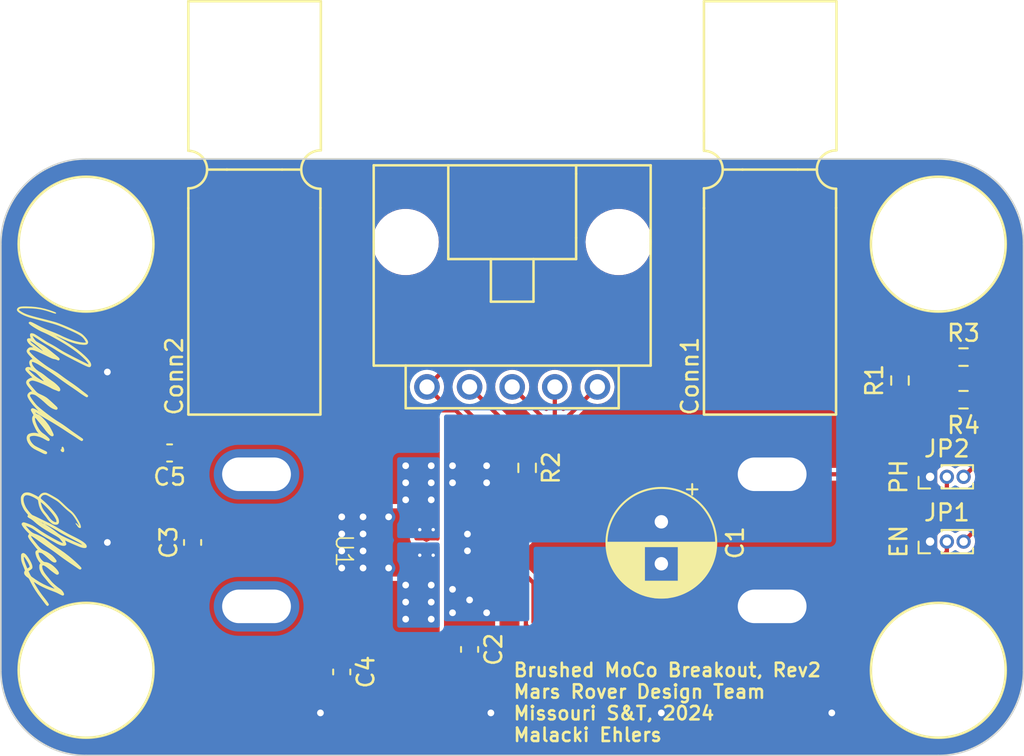
<source format=kicad_pcb>
(kicad_pcb (version 20221018) (generator pcbnew)
  (layers (0 "F.Cu" signal) (31 "B.Cu" signal) (34 "B.Paste" user) (35 "F.Paste" user) (36 "B.SilkS" user "B.Silkscreen") (37 "F.SilkS" user "F.Silkscreen") (38 "B.Mask" user) (39 "F.Mask" user) (44 "Edge.Cuts" user))
  (net 0 "")
  (net 1 "+12V")
  (net 2 "GND")
  (net 3 "M+")
  (net 4 "M-")
  (net 5 "SCLK")
  (net 6 "CS")
  (net 7 "SDI")
  (net 8 "I_SENSE")
  (net 9 "EN{slash}IN1")
  (net 10 "PH{slash}IN2")
  (net 11 "SDO")
  (net 12 "+5V")
  (net 14 "Net-(Conn3-Pad2)")
  (footprint "Capacitor_THT:CP_Radial_D6.3mm_P2.50mm" (layer "F.Cu") (at 91.44 49.57 -90)
    (fp_text reference "C1" (at 1.25 -4.4 90) (layer "F.SilkS"))
    (fp_text value "220uF")
    (pad "1" thru_hole rect (at 0 0 270) (size 1.6 1.6) (drill 0.8) (layers "*.Cu" "*.Mask") (net 1 "+12V"))
    (pad "2" thru_hole circle (at 2.5 0 270) (size 1.6 1.6) (drill 0.8) (layers "*.Cu" "*.Mask") (net 2 "GND"))
  )
  (footprint "Connector_PinHeader_1.00mm:PinHeader_1x03_P1.00mm_Vertical" (layer "F.Cu") (at 107.458 46.8884 90)
    (fp_text reference "JP2" (at 1.6764 1 180) (layer "F.SilkS"))
    (fp_text value "Jumper_3_Open")
    (pad "1" thru_hole rect (at 0 0 90) (size 0.85 0.85) (drill 0.5) (layers "*.Cu" "*.Mask") (net 2 "GND"))
    (pad "2" thru_hole oval (at 0 1 90) (size 0.85 0.85) (drill 0.5) (layers "*.Cu" "*.Mask") (net 10 "PH{slash}IN2"))
    (pad "3" thru_hole oval (at 0 2 90) (size 0.85 0.85) (drill 0.5) (layers "*.Cu" "*.Mask") (net 12 "+5V"))
  )
  (footprint "Connector_PinHeader_1.00mm:PinHeader_1x03_P1.00mm_Vertical" (layer "F.Cu") (at 107.458 50.7492 90)
    (fp_text reference "JP1" (at 1.7272 1 180) (layer "F.SilkS"))
    (fp_text value "Jumper_3_Open")
    (pad "1" thru_hole rect (at 0 0 90) (size 0.85 0.85) (drill 0.5) (layers "*.Cu" "*.Mask") (net 2 "GND"))
    (pad "2" thru_hole oval (at 0 1 90) (size 0.85 0.85) (drill 0.5) (layers "*.Cu" "*.Mask") (net 9 "EN{slash}IN1"))
    (pad "3" thru_hole oval (at 0 2 90) (size 0.85 0.85) (drill 0.5) (layers "*.Cu" "*.Mask") (net 12 "+5V"))
  )
  (footprint "MRDT_Connectors:Square_Anderson_2_H_Stacked_PV" (layer "F.Cu") (at 98.394 47.186 -90)
    (fp_text reference "Conn1" (at -6.3 5.25 -90) (layer "F.SilkS"))
    (fp_text value "AndersonPP")
    (pad "1" thru_hole oval (at 7.424 0.35 270) (size 3 5.1) (drill oval 2 4.1) (layers "*.Cu" "*.Mask" "F.Paste") (net 2 "GND"))
    (pad "2" thru_hole oval (at -0.45 0.35 270) (size 3 5.1) (drill oval 2 4.1) (layers "*.Cu" "*.Mask" "F.Paste") (net 1 "+12V"))
  )
  (footprint "MRDT_Drill_Holes:4_40_Hole" (layer "F.Cu") (at 57.15 33.02)
    (fp_text reference "V1" hide)
    (fp_text value "Via" hide)
    (pad "" np_thru_hole circle (at 0 0) (size 2.9464 2.9464) (drill 2.9464) (layers "*.Cu" "*.Mask") (clearance 2.5))
  )
  (footprint "Capacitor_SMD:C_0603_1608Metric_Pad1.08x0.95mm_HandSolder" (layer "F.Cu") (at 80.01 57.1765 -90)
    (fp_text reference "C2" (at 0 -1.43 90) (layer "F.SilkS"))
    (fp_text value "0.1uF")
    (pad "1" smd roundrect (at -0.8625 0 270) (size 1.075 0.95) (layers "F.Cu" "F.Paste" "F.Mask") (net 1 "+12V"))
    (pad "2" smd roundrect (at 0.8625 0 270) (size 1.075 0.95) (layers "F.Cu" "F.Paste" "F.Mask") (net 2 "GND"))
  )
  (footprint "Resistor_SMD:R_0603_1608Metric_Pad0.98x0.95mm_HandSolder" (layer "F.Cu") (at 109.4505 39.751)
    (fp_text reference "R3" (at 0 -1.43) (layer "F.SilkS"))
    (fp_text value "47k")
    (pad "1" smd roundrect (at -0.9125 0) (size 0.975 0.95) (layers "F.Cu" "F.Paste" "F.Mask") (net 1 "+12V"))
    (pad "2" smd roundrect (at 0.9125 0) (size 0.975 0.95) (layers "F.Cu" "F.Paste" "F.Mask") (net 12 "+5V"))
  )
  (footprint "MRDT_Connectors:Square_Anderson_2_H_Stacked_PV" (layer "F.Cu") (at 67.66 47.186 -90)
    (fp_text reference "Conn2" (at -6.3 5.25 -90) (layer "F.SilkS"))
    (fp_text value "AndersonPP")
    (pad "1" thru_hole oval (at 7.424 0.35 270) (size 3 5.1) (drill oval 2 4.1) (layers "*.Cu" "*.Mask" "F.Paste") (net 3 "M+"))
    (pad "2" thru_hole oval (at -0.45 0.35 270) (size 3 5.1) (drill oval 2 4.1) (layers "*.Cu" "*.Mask" "F.Paste") (net 4 "M-"))
  )
  (footprint "Resistor_SMD:R_0603_1608Metric_Pad0.98x0.95mm_HandSolder" (layer "F.Cu") (at 109.4505 42.291)
    (fp_text reference "R4" (at 0 1.524) (layer "F.SilkS"))
    (fp_text value "33k")
    (pad "1" smd roundrect (at -0.9125 0) (size 0.975 0.95) (layers "F.Cu" "F.Paste" "F.Mask") (net 2 "GND"))
    (pad "2" smd roundrect (at 0.9125 0) (size 0.975 0.95) (layers "F.Cu" "F.Paste" "F.Mask") (net 12 "+5V"))
  )
  (footprint "Capacitor_SMD:C_0603_1608Metric_Pad1.08x0.95mm_HandSolder" (layer "F.Cu") (at 62.1295 45.466 180)
    (fp_text reference "C5" (at 0 -1.43) (layer "F.SilkS"))
    (fp_text value "10uF")
    (pad "1" smd roundrect (at -0.8625 0 180) (size 1.075 0.95) (layers "F.Cu" "F.Paste" "F.Mask") (net 4 "M-"))
    (pad "2" smd roundrect (at 0.8625 0 180) (size 1.075 0.95) (layers "F.Cu" "F.Paste" "F.Mask") (net 2 "GND"))
  )
  (footprint "MRDT_Connectors:MOLEX_SL_05_Horizontal" (layer "F.Cu") (at 77.47 41.529)
    (fp_text reference "Conn3" hide)
    (fp_text value "Molex_SL_05")
    (pad "" np_thru_hole circle (at -1.27 -8.636) (size 3.45 3.45) (drill 3.45) (layers "*.Cu" "*.Mask"))
    (pad "" np_thru_hole circle (at 11.43 -8.636) (size 3.45 3.45) (drill 3.45) (layers "*.Cu" "*.Mask"))
    (pad "1" thru_hole circle (at 0 0) (size 1.524 1.524) (drill 0.9) (layers "*.Cu" "*.Mask") (net 8 "I_SENSE"))
    (pad "2" thru_hole circle (at 2.54 0) (size 1.524 1.524) (drill 0.9) (layers "*.Cu" "*.Mask") (net 14 "Net-(Conn3-Pad2)"))
    (pad "3" thru_hole circle (at 5.08 0) (size 1.524 1.524) (drill 0.9) (layers "*.Cu" "*.Mask") (net 7 "SDI"))
    (pad "4" thru_hole circle (at 7.62 0) (size 1.524 1.524) (drill 0.9) (layers "*.Cu" "*.Mask") (net 5 "SCLK"))
    (pad "5" thru_hole circle (at 10.16 0) (size 1.524 1.524) (drill 0.9) (layers "*.Cu" "*.Mask") (net 6 "CS"))
  )
  (footprint "MRDT_Drill_Holes:4_40_Hole" (layer "F.Cu") (at 107.95 33.02)
    (fp_text reference "V2" hide)
    (fp_text value "Via" hide)
    (pad "" np_thru_hole circle (at 0 0) (size 2.9464 2.9464) (drill 2.9464) (layers "*.Cu" "*.Mask") (clearance 2.5))
  )
  (footprint "BrushedMoCoLibrary:VQFN-HR-16_4.0mmx7.0mm_ThermalVias" (layer "F.Cu") (at 78.04 50.8 -90)
    (fp_text reference "U1" (at 0.5 5.5 -90 unlocked) (layer "F.SilkS") (effects (font (thickness 0.1))))
    (fp_text value "DRV8244S")
    (pad "1" smd roundrect (at -1.4 -2.375 270) (size 0.6 0.25) (layers "F.Cu" "F.Paste" "F.Mask"))
    (pad "2" smd roundrect (at -1.4 -1.875 270) (size 0.6 0.25) (layers "F.Cu" "F.Paste" "F.Mask") (net 8 "I_SENSE"))
    (pad "3" smd roundrect (at -1.4 -1.375 270) (size 0.6 0.25) (layers "F.Cu" "F.Paste" "F.Mask") (net 12 "+5V"))
    (pad "4" smd roundrect (at 0 -0.7 270) (size 3.4 0.4) (layers "F.Cu" "F.Paste" "F.Mask") (net 1 "+12V"))
    (pad "5" smd roundrect (at -0.913 0.2 270) (size 1.575 0.4) (layers "F.Cu" "F.Paste" "F.Mask") (net 4 "M-"))
    (pad "6" smd roundrect (at -0.913 1 270) (size 1.575 0.4) (layers "F.Cu" "F.Paste" "F.Mask") (net 4 "M-"))
    (pad "7" smd roundrect (at -0.75 2.45 270) (size 0.25 1.5) (layers "F.Cu" "F.Paste" "F.Mask") (net 2 "GND"))
    (pad "7" smd roundrect (at -0.25 2.45 270) (size 0.25 1.5) (layers "F.Cu" "F.Paste" "F.Mask") (net 2 "GND"))
    (pad "7" smd roundrect (at 0 1.9 270) (size 3.4 0.4) (layers "F.Cu" "F.Paste" "F.Mask") (net 2 "GND"))
    (pad "7" smd roundrect (at 0.25 2.45 270) (size 0.25 1.5) (layers "F.Cu" "F.Paste" "F.Mask") (net 2 "GND"))
    (pad "7" smd roundrect (at 0.75 2.45 270) (size 0.25 1.5) (layers "F.Cu" "F.Paste" "F.Mask") (net 2 "GND"))
    (pad "8" smd roundrect (at 0.913 1 270) (size 1.575 0.4) (layers "F.Cu" "F.Paste" "F.Mask") (net 3 "M+"))
    (pad "9" smd roundrect (at 0.913 0.2 270) (size 1.575 0.4) (layers "F.Cu" "F.Paste" "F.Mask") (net 3 "M+"))
    (pad "10" smd roundrect (at 1.4 -1.375 270) (size 0.6 0.25) (layers "F.Cu" "F.Paste" "F.Mask") (net 2 "GND"))
    (pad "11" smd roundrect (at 1.4 -1.875 270) (size 0.6 0.25) (layers "F.Cu" "F.Paste" "F.Mask") (net 9 "EN{slash}IN1"))
    (pad "12" smd roundrect (at 1.4 -2.375 270) (size 0.6 0.25) (layers "F.Cu" "F.Paste" "F.Mask") (net 10 "PH{slash}IN2"))
    (pad "13" smd roundrect (at 0.75 -2.9 270) (size 0.25 0.6) (layers "F.Cu" "F.Paste" "F.Mask") (net 6 "CS"))
    (pad "14" smd roundrect (at 0.25 -2.9 270) (size 0.25 0.6) (layers "F.Cu" "F.Paste" "F.Mask") (net 5 "SCLK"))
    (pad "15" smd roundrect (at -0.25 -2.9 270) (size 0.25 0.6) (layers "F.Cu" "F.Paste" "F.Mask") (net 7 "SDI"))
    (pad "16" smd roundrect (at -0.75 -2.9 270) (size 0.25 0.6) (layers "F.Cu" "F.Paste" "F.Mask") (net 11 "SDO"))
  )
  (footprint "Resistor_SMD:R_0603_1608Metric_Pad0.98x0.95mm_HandSolder" (layer "F.Cu") (at 105.664 41.148 -90)
    (fp_text reference "R1" (at 0 1.524 90) (layer "F.SilkS"))
    (fp_text value "1k")
    (pad "1" smd roundrect (at -0.9125 0 270) (size 0.975 0.95) (layers "F.Cu" "F.Paste" "F.Mask") (net 8 "I_SENSE"))
    (pad "2" smd roundrect (at 0.9125 0 270) (size 0.975 0.95) (layers "F.Cu" "F.Paste" "F.Mask") (net 2 "GND"))
  )
  (footprint "Resistor_SMD:R_0603_1608Metric_Pad0.98x0.95mm_HandSolder" (layer "F.Cu") (at 83.439 46.355 -90)
    (fp_text reference "R2" (at 0 -1.43 90) (layer "F.SilkS"))
    (fp_text value "10k")
    (pad "1" smd roundrect (at -0.9125 0 270) (size 0.975 0.95) (layers "F.Cu" "F.Paste" "F.Mask") (net 14 "Net-(Conn3-Pad2)"))
    (pad "2" smd roundrect (at 0.9125 0 270) (size 0.975 0.95) (layers "F.Cu" "F.Paste" "F.Mask") (net 11 "SDO"))
  )
  (footprint "Capacitor_SMD:C_0603_1608Metric_Pad1.08x0.95mm_HandSolder" (layer "F.Cu") (at 63.5 50.8 90)
    (fp_text reference "C3" (at 0 -1.43 90) (layer "F.SilkS"))
    (fp_text value "10uF")
    (pad "1" smd roundrect (at -0.8625 0 90) (size 1.075 0.95) (layers "F.Cu" "F.Paste" "F.Mask") (net 3 "M+"))
    (pad "2" smd roundrect (at 0.8625 0 90) (size 1.075 0.95) (layers "F.Cu" "F.Paste" "F.Mask") (net 4 "M-"))
  )
  (footprint "MRDT_Drill_Holes:4_40_Hole" (layer "F.Cu") (at 57.15 58.42)
    (fp_text reference "V3" hide)
    (fp_text value "Via" hide)
    (pad "" np_thru_hole circle (at 0 0) (size 2.9464 2.9464) (drill 2.9464) (layers "*.Cu" "*.Mask") (clearance 2.5))
  )
  (footprint "MRDT_Drill_Holes:4_40_Hole" (layer "F.Cu") (at 107.95 58.42)
    (fp_text reference "V4" hide)
    (fp_text value "Via" hide)
    (pad "" np_thru_hole circle (at 0 0) (size 2.9464 2.9464) (drill 2.9464) (layers "*.Cu" "*.Mask") (clearance 2.5))
  )
  (footprint "Signatures:Malacki_Ehlers_Signature" (layer "F.Cu") (at 55.118 45.72 -90)
    (fp_text reference "G***" hide)
    (fp_text value "LOGO" hide)
  )
  (footprint "Capacitor_SMD:C_0603_1608Metric_Pad1.08x0.95mm_HandSolder" (layer "F.Cu") (at 72.39 58.5205 -90)
    (fp_text reference "C4" (at 0 -1.43 90) (layer "F.SilkS"))
    (fp_text value "10uF")
    (pad "1" smd roundrect (at -0.8625 0 270) (size 1.075 0.95) (layers "F.Cu" "F.Paste" "F.Mask") (net 3 "M+"))
    (pad "2" smd roundrect (at 0.8625 0 270) (size 1.075 0.95) (layers "F.Cu" "F.Paste" "F.Mask") (net 2 "GND"))
  )
  (gr_arc (start 107.95 27.94) (mid 111.542102 29.427898) (end 113.03 33.02) (stroke (width 0.1)) (layer "Edge.Cuts"))
  (gr_line (start 52.07 58.42) (end 52.07 33.02) (stroke (width 0.1)) (layer "Edge.Cuts"))
  (gr_arc (start 57.15 63.5) (mid 53.557898 62.012102) (end 52.07 58.42) (stroke (width 0.1)) (layer "Edge.Cuts"))
  (gr_line (start 107.95 63.5) (end 57.15 63.5) (stroke (width 0.1)) (layer "Edge.Cuts"))
  (gr_arc (start 52.07 33.02) (mid 53.557898 29.427898) (end 57.15 27.94) (stroke (width 0.1)) (layer "Edge.Cuts"))
  (gr_line (start 57.15 27.94) (end 107.95 27.94) (stroke (width 0.1)) (layer "Edge.Cuts"))
  (gr_arc (start 113.03 58.42) (mid 111.542102 62.012102) (end 107.95 63.5) (stroke (width 0.1)) (layer "Edge.Cuts"))
  (gr_line (start 113.03 33.02) (end 113.03 58.42) (stroke (width 0.1)) (layer "Edge.Cuts"))
  (gr_text "Brushed MoCo Breakout, Rev2\nMars Rover Design Team\nMissouri S&T, 2024\nMalacki Ehlers" (at 82.55 62.738) (layer "F.SilkS") (effects (font (size 0.8001 0.8001) (thickness 0.1524) bold) (justify left bottom)))
  (gr_text "EN" (at 106.172 51.816 90) (layer "F.SilkS") (effects (font (size 1 1)) (justify left bottom)))
  (gr_text "PH" (at 106.172 48.006 90) (layer "F.SilkS") (effects (font (size 1 1)) (justify left bottom)))
  (segment (start 98.044 46.736) (end 103.124 46.736) (width 0.254) (layer "F.Cu") (net 1))
  (segment (start 107.188 42.672) (end 107.188 41.101) (width 0.254) (layer "F.Cu") (net 1))
  (segment (start 103.124 46.736) (end 107.188 42.672) (width 0.254) (layer "F.Cu") (net 1))
  (segment (start 107.188 41.101) (end 108.538 39.751) (width 0.254) (layer "F.Cu") (net 1))
  (via (at 79.88348 51.300001) (size 0.8) (drill 0.4) (layers "F.Cu" "B.Cu") (net 1))
  (via (at 81.026 54.991) (size 0.8) (drill 0.4) (layers "F.Cu" "B.Cu") (net 1))
  (via (at 78.994 47.244) (size 0.8) (drill 0.4) (layers "F.Cu" "B.Cu") (net 1))
  (via (at 78.994 46.228) (size 0.8) (drill 0.4) (layers "F.Cu" "B.Cu") (net 1))
  (via (at 81.026 46.228) (size 0.8) (drill 0.4) (layers "F.Cu" "B.Cu") (net 1))
  (via (at 80.01 54.229) (size 0.8) (drill 0.4) (layers "F.Cu" "B.Cu") (net 1))
  (via (at 81.026 47.244) (size 0.8) (drill 0.4) (layers "F.Cu" "B.Cu") (net 1))
  (via (at 79.883 50.3) (size 0.8) (drill 0.4) (layers "F.Cu" "B.Cu") (net 1))
  (via (at 78.994 54.991) (size 0.8) (drill 0.4) (layers "F.Cu" "B.Cu") (net 1))
  (via (at 78.994 53.594) (size 0.8) (drill 0.4) (layers "F.Cu" "B.Cu") (net 1))
  (segment (start 79.415 52.2) (end 79.415 52.72764) (width 0.254) (layer "F.Cu") (net 2))
  (segment (start 79.415 52.72764) (end 80.02736 53.34) (width 0.254) (layer "F.Cu") (net 2))
  (segment (start 80.02736 53.34) (end 81.915 53.34) (width 0.254) (layer "F.Cu") (net 2))
  (via (at 72.39 51.308) (size 0.8) (drill 0.4) (layers "F.Cu" "B.Cu") (net 2))
  (via (at 73.66 49.276) (size 0.8) (drill 0.4) (layers "F.Cu" "B.Cu") (net 2))
  (via (at 58.42 40.64) (size 0.8) (drill 0.4) (layers "F.Cu" "B.Cu") (net 2))
  (via (at 72.39 50.292) (size 0.8) (drill 0.4) (layers "F.Cu" "B.Cu") (net 2))
  (via (at 72.39 52.324) (size 0.8) (drill 0.4) (layers "F.Cu" "B.Cu") (net 2))
  (via (at 73.66 52.324) (size 0.8) (drill 0.4) (layers "F.Cu" "B.Cu") (net 2))
  (via (at 75.184 52.324) (size 0.8) (drill 0.4) (layers "F.Cu" "B.Cu") (net 2))
  (via (at 101.6 60.96) (size 0.8) (drill 0.4) (layers "F.Cu" "B.Cu") (net 2))
  (via (at 75.184 49.276) (size 0.8) (drill 0.4) (layers "F.Cu" "B.Cu") (net 2))
  (via (at 71.12 60.96) (size 0.8) (drill 0.4) (layers "F.Cu" "B.Cu") (net 2))
  (via (at 91.44 60.96) (size 0.8) (drill 0.4) (layers "F.Cu" "B.Cu") (net 2))
  (via (at 73.66 50.292) (size 0.8) (drill 0.4) (layers "F.Cu" "B.Cu") (net 2))
  (via (at 72.39 49.276) (size 0.8) (drill 0.4) (layers "F.Cu" "B.Cu") (net 2))
  (via (at 58.42 50.8) (size 0.8) (drill 0.4) (layers "F.Cu" "B.Cu") (net 2))
  (via (at 81.28 60.96) (size 0.8) (drill 0.4) (layers "F.Cu" "B.Cu") (net 2))
  (via (at 73.66 51.308) (size 0.8) (drill 0.4) (layers "F.Cu" "B.Cu") (net 2))
  (via (at 76.2 53.34) (size 0.8) (drill 0.4) (layers "F.Cu" "B.Cu") (net 3))
  (via (at 77.04 51.562) (size 0.5) (drill 0.2) (layers "F.Cu" "B.Cu") (net 3))
  (via (at 77.724 53.34) (size 0.8) (drill 0.4) (layers "F.Cu" "B.Cu") (net 3))
  (via (at 77.724 54.356) (size 0.8) (drill 0.4) (layers "F.Cu" "B.Cu") (net 3))
  (via (at 77.84 51.562) (size 0.5) (drill 0.2) (layers "F.Cu" "B.Cu") (net 3))
  (via (at 77.724 55.372) (size 0.8) (drill 0.4) (layers "F.Cu" "B.Cu") (net 3))
  (via (at 76.2 55.372) (size 0.8) (drill 0.4) (layers "F.Cu" "B.Cu") (net 3))
  (via (at 76.2 54.356) (size 0.8) (drill 0.4) (layers "F.Cu" "B.Cu") (net 3))
  (via (at 76.2 48.26) (size 0.8) (drill 0.4) (layers "F.Cu" "B.Cu") (net 4))
  (via (at 77.724 47.244) (size 0.8) (drill 0.4) (layers "F.Cu" "B.Cu") (net 4))
  (via (at 77.724 46.228) (size 0.8) (drill 0.4) (layers "F.Cu" "B.Cu") (net 4))
  (via (at 77.84 50.038) (size 0.5) (drill 0.2) (layers "F.Cu" "B.Cu") (net 4))
  (via (at 76.2 46.228) (size 0.8) (drill 0.4) (layers "F.Cu" "B.Cu") (net 4))
  (via (at 77.724 48.26) (size 0.8) (drill 0.4) (layers "F.Cu" "B.Cu") (net 4))
  (via (at 76.2 47.244) (size 0.8) (drill 0.4) (layers "F.Cu" "B.Cu") (net 4))
  (via (at 77.04 50.038) (size 0.5) (drill 0.2) (layers "F.Cu" "B.Cu") (net 4))
  (segment (start 85.09 41.529) (end 85.09 48.267052) (width 0.254) (layer "F.Cu") (net 5))
  (segment (start 82.307052 51.05) (end 80.94 51.05) (width 0.254) (layer "F.Cu") (net 5))
  (segment (start 85.09 48.267052) (end 82.307052 51.05) (width 0.254) (layer "F.Cu") (net 5))
  (segment (start 80.94 51.55) (end 82.449104 51.55) (width 0.254) (layer "F.Cu") (net 6))
  (segment (start 85.9155 43.2435) (end 87.63 41.529) (width 0.254) (layer "F.Cu") (net 6))
  (segment (start 85.9155 48.083605) (end 85.9155 43.2435) (width 0.254) (layer "F.Cu") (net 6))
  (segment (start 82.449104 51.55) (end 85.9155 48.083605) (width 0.254) (layer "F.Cu") (net 6))
  (segment (start 80.94 50.55) (end 82.165 50.55) (width 0.254) (layer "F.Cu") (net 7))
  (segment (start 84.455 48.26) (end 84.455 43.434) (width 0.254) (layer "F.Cu") (net 7))
  (segment (start 84.455 43.434) (end 82.55 41.529) (width 0.254) (layer "F.Cu") (net 7))
  (segment (start 82.165 50.55) (end 84.455 48.26) (width 0.254) (layer "F.Cu") (net 7))
  (segment (start 78.413 42.472) (end 79.372553 42.472) (width 0.254) (layer "F.Cu") (net 8))
  (segment (start 79.372553 42.472) (end 82.3055 45.404948) (width 0.254) (layer "F.Cu") (net 8))
  (segment (start 79.915 49.04516) (end 79.915 49.4) (width 0.254) (layer "F.Cu") (net 8))
  (segment (start 104.9255 39.497) (end 105.664 40.2355) (width 0.254) (layer "F.Cu") (net 8))
  (segment (start 77.47 41.529) (end 78.413 42.472) (width 0.254) (layer "F.Cu") (net 8))
  (segment (start 77.47 41.529) (end 79.502 39.497) (width 0.254) (layer "F.Cu") (net 8))
  (segment (start 79.502 39.497) (end 104.9255 39.497) (width 0.254) (layer "F.Cu") (net 8))
  (segment (start 82.3055 45.404948) (end 82.3055 47.876552) (width 0.254) (layer "F.Cu") (net 8))
  (segment (start 81.468052 48.714) (end 80.24616 48.714) (width 0.254) (layer "F.Cu") (net 8))
  (segment (start 80.24616 48.714) (end 79.915 49.04516) (width 0.254) (layer "F.Cu") (net 8))
  (segment (start 82.3055 47.876552) (end 81.468052 48.714) (width 0.254) (layer "F.Cu") (net 8))
  (segment (start 80.194432 52.832) (end 82.796948 52.832) (width 0.254) (layer "F.Cu") (net 9))
  (segment (start 79.915 52.2) (end 79.915 52.552568) (width 0.254) (layer "F.Cu") (net 9))
  (segment (start 83.366 53.401052) (end 83.366 55.725905) (width 0.254) (layer "F.Cu") (net 9))
  (segment (start 79.915 52.552568) (end 80.194432 52.832) (width 0.254) (layer "F.Cu") (net 9))
  (segment (start 85.806096 58.166) (end 101.64224 58.166) (width 0.254) (layer "F.Cu") (net 9))
  (segment (start 82.796948 52.832) (end 83.366 53.401052) (width 0.254) (layer "F.Cu") (net 9))
  (segment (start 101.64224 58.166) (end 108.458 51.35024) (width 0.254) (layer "F.Cu") (net 9))
  (segment (start 83.366 55.725905) (end 85.806096 58.166) (width 0.254) (layer "F.Cu") (net 9))
  (segment (start 108.458 51.35024) (end 108.458 50.7492) (width 0.254) (layer "F.Cu") (net 9))
  (segment (start 100.584 57.7088) (end 85.990948 57.7088) (width 0.254) (layer "F.Cu") (net 10))
  (segment (start 106.1212 52.1716) (end 100.584 57.7088) (width 0.254) (layer "F.Cu") (net 10))
  (segment (start 108.458 47.6504) (end 106.1212 49.9872) (width 0.254) (layer "F.Cu") (net 10))
  (segment (start 83.82 53.212999) (end 82.807001 52.2) (width 0.254) (layer "F.Cu") (net 10))
  (segment (start 85.990948 57.7088) (end 83.82 55.537852) (width 0.254) (layer "F.Cu") (net 10))
  (segment (start 82.807001 52.2) (end 80.415 52.2) (width 0.254) (layer "F.Cu") (net 10))
  (segment (start 83.82 55.537852) (end 83.82 53.212999) (width 0.254) (layer "F.Cu") (net 10))
  (segment (start 106.1212 49.9872) (end 106.1212 52.1716) (width 0.254) (layer "F.Cu") (net 10))
  (segment (start 108.458 46.8884) (end 108.458 47.6504) (width 0.254) (layer "F.Cu") (net 10))
  (segment (start 83.439 48.467053) (end 83.439 47.2675) (width 0.254) (layer "F.Cu") (net 11))
  (segment (start 80.94 50.05) (end 81.856053 50.05) (width 0.254) (layer "F.Cu") (net 11))
  (segment (start 81.856053 50.05) (end 83.439 48.467053) (width 0.254) (layer "F.Cu") (net 11))
  (segment (start 76.835 42.926) (end 76.073 42.164) (width 0.254) (layer "F.Cu") (net 12))
  (segment (start 110.363 45.3644) (end 110.363 45.72) (width 0.254) (layer "F.Cu") (net 12))
  (segment (start 77.764 38.949) (end 109.561 38.949) (width 0.254) (layer "F.Cu") (net 12))
  (segment (start 81.8515 47.6885) (end 81.8515 45.593) (width 0.254) (layer "F.Cu") (net 12))
  (segment (start 76.073 42.164) (end 76.073 40.64) (width 0.254) (layer "F.Cu") (net 12))
  (segment (start 110.363 49.8442) (end 109.458 50.7492) (width 0.254) (layer "F.Cu") (net 12))
  (segment (start 110.363 45.9834) (end 110.363 45.72) (width 0.254) (layer "F.Cu") (net 12))
  (segment (start 109.458 46.8884) (end 110.363 45.9834) (width 0.254) (layer "F.Cu") (net 12))
  (segment (start 79.415 49.4) (end 79.415 48.903108) (width 0.254) (layer "F.Cu") (net 12))
  (segment (start 76.073 40.64) (end 77.764 38.949) (width 0.254) (layer "F.Cu") (net 12))
  (segment (start 109.561 38.949) (end 110.363 39.751) (width 0.254) (layer "F.Cu") (net 12))
  (segment (start 79.1845 42.926) (end 76.835 42.926) (width 0.254) (layer "F.Cu") (net 12))
  (segment (start 81.28 48.26) (end 81.8515 47.6885) (width 0.254) (layer "F.Cu") (net 12))
  (segment (start 81.8515 45.593) (end 79.1845 42.926) (width 0.254) (layer "F.Cu") (net 12))
  (segment (start 110.363 42.291) (end 110.363 45.3644) (width 0.254) (layer "F.Cu") (net 12))
  (segment (start 79.415 48.903108) (end 80.058108 48.26) (width 0.254) (layer "F.Cu") (net 12))
  (segment (start 110.363 45.3644) (end 110.363 49.8442) (width 0.254) (layer "F.Cu") (net 12))
  (segment (start 110.363 39.751) (end 110.363 42.291) (width 0.254) (layer "F.Cu") (net 12))
  (segment (start 80.058108 48.26) (end 81.28 48.26) (width 0.254) (layer "F.Cu") (net 12))
  (segment (start 83.439 44.958) (end 83.439 45.4425) (width 0.254) (layer "F.Cu") (net 14))
  (segment (start 80.01 41.529) (end 83.439 44.958) (width 0.254) (layer "F.Cu") (net 14))
  (zone (net 3) (net_name "M+") (layer "F.Cu") (priority 1) (connect_pads yes (clearance 0.254)) (min_thickness 0.25) (fill yes (thermal_gap 0.5) (thermal_bridge_width 0.5))
    (polygon (pts (xy 78.232 50.8) (xy 62.23 50.8) (xy 62.23 58.42) (xy 78.232 58.42)))
  )
  (zone (net 2) (net_name "GND") (layer "F.Cu") (priority 2) (connect_pads yes (clearance 0.254)) (min_thickness 0.25) (fill yes (thermal_gap 0.5) (thermal_bridge_width 0.5))
    (polygon (pts (xy 71.501 48.768) (xy 71.501 52.832) (xy 76.454 52.832) (xy 76.454 48.768)))
  )
  (zone (net 1) (net_name "+12V") (layer "F.Cu") (priority 2) (connect_pads yes (clearance 0.254)) (min_thickness 0.25) (fill yes (thermal_gap 0.5) (thermal_bridge_width 0.5))
    (polygon (pts (xy 78.486 45.72) (xy 78.486 57.15) (xy 81.534 57.15) (xy 81.534 45.72)))
  )
  (zone (net 4) (net_name "M-") (layer "F.Cu") (priority 1) (connect_pads yes (clearance 0.254)) (min_thickness 0.25) (fill yes (thermal_gap 0.5) (thermal_bridge_width 0.5))
    (polygon (pts (xy 78.232 43.18) (xy 62.23 43.18) (xy 62.23 50.8) (xy 78.232 50.8)))
  )
  (zone (net 2) (net_name "GND") (layers "F&B.Cu") (connect_pads yes (clearance 0.254)) (min_thickness 0.25) (fill yes (thermal_gap 0.5) (thermal_bridge_width 0.5))
    (polygon (pts (xy 52.07 27.94) (xy 113.03 27.94) (xy 113.03 63.5) (xy 52.07 63.5)))
  )
  (zone (net 1) (net_name "+12V") (layer "B.Cu") (priority 2) (connect_pads yes (clearance 0.254)) (min_thickness 0.25) (fill yes (thermal_gap 0.5) (thermal_bridge_width 0.5))
    (polygon (pts (xy 78.486 43.18) (xy 78.486 55.499) (xy 83.566 55.499) (xy 83.566 50.8) (xy 101.6 50.8) (xy 101.6 43.18)))
  )
  (zone (net 4) (net_name "M-") (layer "B.Cu") (priority 1) (connect_pads yes (clearance 0.254)) (min_thickness 0.25) (fill yes (thermal_gap 0.5) (thermal_bridge_width 0.5))
    (polygon (pts (xy 78.232 50.8) (xy 78.232 45.72) (xy 75.692 45.72) (xy 75.692 50.8)))
  )
  (zone (net 3) (net_name "M+") (layer "B.Cu") (priority 1) (connect_pads yes (clearance 0.254)) (min_thickness 0.25) (fill yes (thermal_gap 0.5) (thermal_bridge_width 0.5))
    (polygon (pts (xy 78.232 55.88) (xy 78.232 50.8) (xy 75.692 50.8) (xy 75.692 55.88)))
  )
)
</source>
